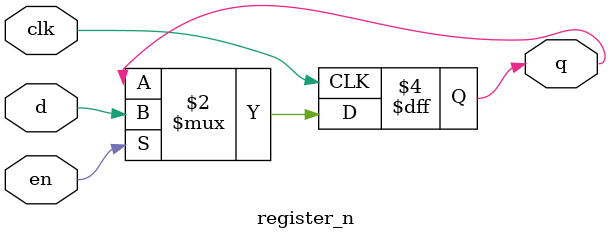
<source format=v>
module register_n #(parameter SIZE = 1) (
	input 						clk,
	input							en,
	input 		[SIZE-1:0]	d,
	output reg	[SIZE-1:0]	q);
	
	always @(posedge clk)
		if (en)
			q <= d;
			
endmodule

</source>
